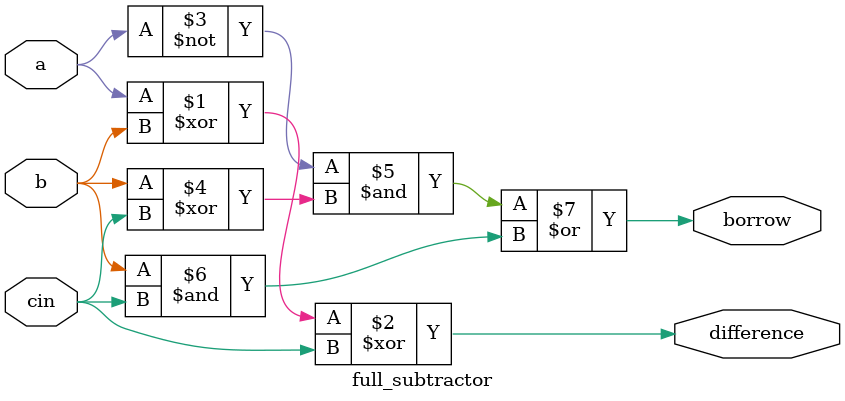
<source format=v>
module full_subtractor(input a,b,cin,output difference,borrow);
  assign difference = (a ^ b ^ cin);
  assign borrow = ~ a&(b^cin)| b&cin ;
endmodule

</source>
